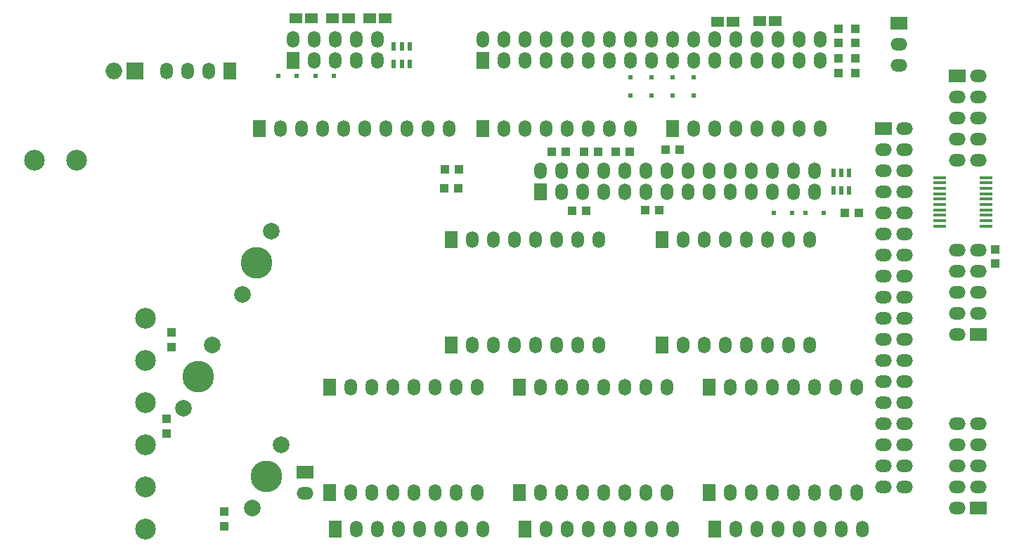
<source format=gbs>
%FSLAX34Y34*%
G04 Gerber Fmt 3.4, Leading zero omitted, Abs format*
G04 (created by PCBNEW (2014-06-10 BZR 4935)-product) date 26/06/2014 07:56:29*
%MOIN*%
G01*
G70*
G90*
G04 APERTURE LIST*
%ADD10C,0.005906*%
%ADD11R,0.059055X0.051181*%
%ADD12R,0.023600X0.039400*%
%ADD13R,0.059055X0.078740*%
%ADD14O,0.059055X0.078740*%
%ADD15R,0.078740X0.059055*%
%ADD16O,0.078740X0.059055*%
%ADD17R,0.062992X0.011811*%
%ADD18C,0.149606*%
%ADD19C,0.078740*%
%ADD20C,0.098425*%
%ADD21R,0.078740X0.078740*%
%ADD22O,0.078740X0.078740*%
%ADD23R,0.023622X0.023622*%
%ADD24R,0.043307X0.039370*%
%ADD25R,0.039370X0.043307*%
G04 APERTURE END LIST*
G54D10*
G54D11*
X45625Y-10875D03*
X46374Y-10875D03*
X44374Y-10919D03*
X43625Y-10919D03*
X24374Y-10750D03*
X23625Y-10750D03*
X26124Y-10750D03*
X25375Y-10750D03*
X27874Y-10750D03*
X27125Y-10750D03*
G54D12*
X49125Y-18084D03*
X49500Y-18084D03*
X49875Y-18084D03*
X49875Y-18916D03*
X49500Y-18916D03*
X49125Y-18916D03*
X28282Y-12095D03*
X28657Y-12095D03*
X29032Y-12095D03*
X29032Y-12927D03*
X28657Y-12927D03*
X28282Y-12927D03*
G54D13*
X21900Y-16000D03*
G54D14*
X22900Y-16000D03*
X23900Y-16000D03*
X24900Y-16000D03*
X25900Y-16000D03*
X26900Y-16000D03*
X27900Y-16000D03*
X28900Y-16000D03*
X29900Y-16000D03*
X30900Y-16000D03*
G54D13*
X25500Y-35000D03*
G54D14*
X26500Y-35000D03*
X27500Y-35000D03*
X28500Y-35000D03*
X29500Y-35000D03*
X30500Y-35000D03*
X31500Y-35000D03*
X32500Y-35000D03*
G54D13*
X34500Y-35000D03*
G54D14*
X35500Y-35000D03*
X36500Y-35000D03*
X37500Y-35000D03*
X38500Y-35000D03*
X39500Y-35000D03*
X40500Y-35000D03*
X41500Y-35000D03*
G54D13*
X32500Y-16000D03*
G54D14*
X33500Y-16000D03*
X34500Y-16000D03*
X35500Y-16000D03*
X36500Y-16000D03*
X37500Y-16000D03*
X38500Y-16000D03*
X39500Y-16000D03*
G54D13*
X43500Y-35000D03*
G54D14*
X44500Y-35000D03*
X45500Y-35000D03*
X46500Y-35000D03*
X47500Y-35000D03*
X48500Y-35000D03*
X49500Y-35000D03*
X50500Y-35000D03*
G54D13*
X41500Y-16000D03*
G54D14*
X42500Y-16000D03*
X43500Y-16000D03*
X44500Y-16000D03*
X45500Y-16000D03*
X46500Y-16000D03*
X47500Y-16000D03*
X48500Y-16000D03*
G54D15*
X51500Y-16000D03*
G54D16*
X51500Y-17000D03*
X51500Y-18000D03*
X51500Y-19000D03*
X51500Y-20000D03*
X51500Y-21000D03*
X51500Y-22000D03*
X51500Y-23000D03*
X51500Y-24000D03*
X51500Y-25000D03*
X51500Y-26000D03*
X51500Y-27000D03*
X51500Y-28000D03*
X51500Y-29000D03*
X51500Y-30000D03*
X51500Y-31000D03*
X51500Y-32000D03*
X51500Y-33000D03*
X52500Y-16000D03*
X52500Y-17000D03*
X52500Y-18000D03*
X52500Y-19000D03*
X52500Y-20000D03*
X52500Y-21000D03*
X52500Y-22000D03*
X52500Y-23000D03*
X52500Y-24000D03*
X52500Y-25000D03*
X52500Y-26000D03*
X52500Y-27000D03*
X52500Y-28000D03*
X52500Y-29000D03*
X52500Y-30000D03*
X52500Y-31000D03*
X52500Y-32000D03*
X52500Y-33000D03*
G54D13*
X43250Y-33250D03*
G54D14*
X44250Y-33250D03*
X45250Y-33250D03*
X46250Y-33250D03*
X47250Y-33250D03*
X48250Y-33250D03*
X49250Y-33250D03*
X50250Y-33250D03*
G54D13*
X43250Y-28250D03*
G54D14*
X44250Y-28250D03*
X45250Y-28250D03*
X46250Y-28250D03*
X47250Y-28250D03*
X48250Y-28250D03*
X49250Y-28250D03*
X50250Y-28250D03*
G54D13*
X31000Y-26250D03*
G54D14*
X32000Y-26250D03*
X33000Y-26250D03*
X34000Y-26250D03*
X35000Y-26250D03*
X36000Y-26250D03*
X37000Y-26250D03*
X38000Y-26250D03*
G54D13*
X31000Y-21250D03*
G54D14*
X32000Y-21250D03*
X33000Y-21250D03*
X34000Y-21250D03*
X35000Y-21250D03*
X36000Y-21250D03*
X37000Y-21250D03*
X38000Y-21250D03*
G54D13*
X41000Y-26250D03*
G54D14*
X42000Y-26250D03*
X43000Y-26250D03*
X44000Y-26250D03*
X45000Y-26250D03*
X46000Y-26250D03*
X47000Y-26250D03*
X48000Y-26250D03*
G54D13*
X41000Y-21250D03*
G54D14*
X42000Y-21250D03*
X43000Y-21250D03*
X44000Y-21250D03*
X45000Y-21250D03*
X46000Y-21250D03*
X47000Y-21250D03*
X48000Y-21250D03*
G54D13*
X34250Y-33250D03*
G54D14*
X35250Y-33250D03*
X36250Y-33250D03*
X37250Y-33250D03*
X38250Y-33250D03*
X39250Y-33250D03*
X40250Y-33250D03*
X41250Y-33250D03*
G54D13*
X34250Y-28250D03*
G54D14*
X35250Y-28250D03*
X36250Y-28250D03*
X37250Y-28250D03*
X38250Y-28250D03*
X39250Y-28250D03*
X40250Y-28250D03*
X41250Y-28250D03*
G54D13*
X25250Y-33250D03*
G54D14*
X26250Y-33250D03*
X27250Y-33250D03*
X28250Y-33250D03*
X29250Y-33250D03*
X30250Y-33250D03*
X31250Y-33250D03*
X32250Y-33250D03*
G54D13*
X25250Y-28250D03*
G54D14*
X26250Y-28250D03*
X27250Y-28250D03*
X28250Y-28250D03*
X29250Y-28250D03*
X30250Y-28250D03*
X31250Y-28250D03*
X32250Y-28250D03*
G54D13*
X20500Y-13250D03*
G54D14*
X19500Y-13250D03*
X18500Y-13250D03*
X17500Y-13250D03*
G54D15*
X52250Y-11000D03*
G54D16*
X52250Y-12000D03*
X52250Y-13000D03*
G54D15*
X55000Y-13500D03*
G54D16*
X55000Y-14500D03*
X55000Y-15500D03*
X55000Y-16500D03*
X55000Y-17500D03*
X56000Y-13500D03*
X56000Y-14500D03*
X56000Y-15500D03*
X56000Y-16500D03*
X56000Y-17500D03*
G54D13*
X32500Y-12750D03*
G54D14*
X33500Y-12750D03*
X34500Y-12750D03*
X35500Y-12750D03*
X36500Y-12750D03*
X37500Y-12750D03*
X38500Y-12750D03*
X39500Y-12750D03*
X40500Y-12750D03*
X41500Y-12750D03*
X42500Y-12750D03*
X43500Y-12750D03*
X44500Y-12750D03*
X45500Y-12750D03*
X46500Y-12750D03*
X47500Y-12750D03*
X48500Y-12750D03*
X32500Y-11750D03*
X33500Y-11750D03*
X34500Y-11750D03*
X35500Y-11750D03*
X36500Y-11750D03*
X37500Y-11750D03*
X38500Y-11750D03*
X39500Y-11750D03*
X40500Y-11750D03*
X41500Y-11750D03*
X42500Y-11750D03*
X43500Y-11750D03*
X44500Y-11750D03*
X45500Y-11750D03*
X46500Y-11750D03*
X47500Y-11750D03*
X48500Y-11750D03*
G54D15*
X56000Y-25750D03*
G54D16*
X56000Y-24750D03*
X56000Y-23750D03*
X56000Y-22750D03*
X56000Y-21750D03*
X55000Y-25750D03*
X55000Y-24750D03*
X55000Y-23750D03*
X55000Y-22750D03*
X55000Y-21750D03*
G54D15*
X56000Y-34000D03*
G54D16*
X56000Y-33000D03*
X56000Y-32000D03*
X56000Y-31000D03*
X56000Y-30000D03*
X55000Y-34000D03*
X55000Y-33000D03*
X55000Y-32000D03*
X55000Y-31000D03*
X55000Y-30000D03*
G54D13*
X23500Y-12750D03*
G54D14*
X24500Y-12750D03*
X25500Y-12750D03*
X26500Y-12750D03*
X27500Y-12750D03*
X23500Y-11750D03*
X24500Y-11750D03*
X25500Y-11750D03*
X26500Y-11750D03*
X27500Y-11750D03*
G54D15*
X24080Y-32300D03*
G54D16*
X24080Y-33300D03*
G54D17*
X56374Y-20610D03*
X56374Y-20354D03*
X56374Y-20098D03*
X56374Y-19842D03*
X54169Y-18306D03*
X54169Y-18562D03*
X56374Y-18306D03*
X56374Y-18562D03*
X56374Y-18818D03*
X56374Y-19074D03*
X56374Y-19330D03*
X56374Y-19586D03*
X54169Y-20610D03*
X54169Y-20354D03*
X54169Y-20098D03*
X54169Y-19842D03*
X54169Y-19586D03*
X54169Y-19330D03*
X54169Y-19074D03*
X54169Y-18818D03*
G54D18*
X22250Y-32500D03*
G54D19*
X21568Y-34000D03*
X22931Y-31000D03*
G54D18*
X19000Y-27750D03*
G54D19*
X18318Y-29250D03*
X19681Y-26250D03*
G54D18*
X21783Y-22354D03*
G54D19*
X21102Y-23854D03*
X22465Y-20854D03*
G54D20*
X16500Y-25000D03*
X16500Y-27000D03*
X16500Y-29000D03*
X16500Y-31000D03*
X16500Y-33000D03*
X16500Y-35000D03*
X13250Y-17500D03*
X11250Y-17500D03*
G54D21*
X16000Y-13250D03*
G54D22*
X15000Y-13250D03*
G54D23*
X40500Y-13566D03*
X40500Y-14433D03*
X39500Y-13566D03*
X39500Y-14433D03*
X41500Y-13566D03*
X41500Y-14433D03*
X42500Y-13566D03*
X42500Y-14433D03*
X47183Y-20000D03*
X46316Y-20000D03*
X47816Y-20000D03*
X48683Y-20000D03*
X23683Y-13500D03*
X22816Y-13500D03*
X24566Y-13500D03*
X25433Y-13500D03*
G54D24*
X49665Y-20000D03*
X50334Y-20000D03*
X38785Y-17070D03*
X39454Y-17070D03*
X41834Y-17000D03*
X41165Y-17000D03*
X40884Y-19860D03*
X40215Y-19860D03*
X36735Y-19880D03*
X37404Y-19880D03*
G54D25*
X49359Y-11914D03*
X49359Y-11245D03*
X50159Y-11914D03*
X50159Y-11245D03*
G54D24*
X31334Y-18810D03*
X30665Y-18810D03*
X31374Y-17920D03*
X30705Y-17920D03*
G54D25*
X56812Y-21715D03*
X56812Y-22384D03*
G54D24*
X37954Y-17080D03*
X37285Y-17080D03*
X36444Y-17100D03*
X35775Y-17100D03*
G54D25*
X49379Y-12665D03*
X49379Y-13334D03*
X50159Y-12665D03*
X50159Y-13334D03*
X20250Y-34165D03*
X20250Y-34834D03*
X17495Y-29765D03*
X17495Y-30434D03*
X17750Y-25665D03*
X17750Y-26334D03*
G54D13*
X35250Y-19000D03*
G54D14*
X36250Y-19000D03*
X37250Y-19000D03*
X38250Y-19000D03*
X39250Y-19000D03*
X40250Y-19000D03*
X41250Y-19000D03*
X42250Y-19000D03*
X43250Y-19000D03*
X44250Y-19000D03*
X45250Y-19000D03*
X46250Y-19000D03*
X47250Y-19000D03*
X48250Y-19000D03*
X35250Y-18000D03*
X36250Y-18000D03*
X37250Y-18000D03*
X38250Y-18000D03*
X39250Y-18000D03*
X40250Y-18000D03*
X41250Y-18000D03*
X42250Y-18000D03*
X43250Y-18000D03*
X44250Y-18000D03*
X45250Y-18000D03*
X46250Y-18000D03*
X47250Y-18000D03*
X48250Y-18000D03*
M02*

</source>
